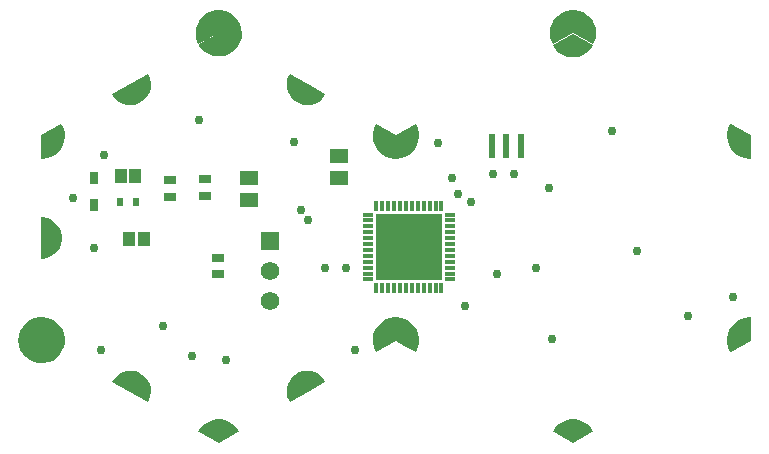
<source format=gbs>
G04*
G04 #@! TF.GenerationSoftware,Altium Limited,Altium Designer,25.8.1 (18)*
G04*
G04 Layer_Color=16711935*
%FSLAX44Y44*%
%MOMM*%
G71*
G04*
G04 #@! TF.SameCoordinates,BCE08161-644A-4D5C-BD65-52524292B4E2*
G04*
G04*
G04 #@! TF.FilePolarity,Negative*
G04*
G01*
G75*
G04:AMPARAMS|DCode=30|XSize=1.2032mm|YSize=1.2032mm|CornerRadius=0.6016mm|HoleSize=0mm|Usage=FLASHONLY|Rotation=210.000|XOffset=0mm|YOffset=0mm|HoleType=Round|Shape=RoundedRectangle|*
%AMROUNDEDRECTD30*
21,1,1.2032,0.0000,0,0,210.0*
21,1,0.0000,1.2032,0,0,210.0*
1,1,1.2032,0.0000,0.0000*
1,1,1.2032,0.0000,0.0000*
1,1,1.2032,0.0000,0.0000*
1,1,1.2032,0.0000,0.0000*
%
%ADD30ROUNDEDRECTD30*%
G04:AMPARAMS|DCode=31|XSize=1.2032mm|YSize=1.2032mm|CornerRadius=0.6016mm|HoleSize=0mm|Usage=FLASHONLY|Rotation=90.000|XOffset=0mm|YOffset=0mm|HoleType=Round|Shape=RoundedRectangle|*
%AMROUNDEDRECTD31*
21,1,1.2032,0.0000,0,0,90.0*
21,1,0.0000,1.2032,0,0,90.0*
1,1,1.2032,0.0000,0.0000*
1,1,1.2032,0.0000,0.0000*
1,1,1.2032,0.0000,0.0000*
1,1,1.2032,0.0000,0.0000*
%
%ADD31ROUNDEDRECTD31*%
G04:AMPARAMS|DCode=32|XSize=1.2032mm|YSize=1.2032mm|CornerRadius=0.6016mm|HoleSize=0mm|Usage=FLASHONLY|Rotation=150.000|XOffset=0mm|YOffset=0mm|HoleType=Round|Shape=RoundedRectangle|*
%AMROUNDEDRECTD32*
21,1,1.2032,0.0000,0,0,150.0*
21,1,0.0000,1.2032,0,0,150.0*
1,1,1.2032,0.0000,0.0000*
1,1,1.2032,0.0000,0.0000*
1,1,1.2032,0.0000,0.0000*
1,1,1.2032,0.0000,0.0000*
%
%ADD32ROUNDEDRECTD32*%
%ADD34C,1.5700*%
%ADD35R,1.5700X1.5700*%
%ADD36C,0.7620*%
%ADD42R,0.3000X0.8500*%
%ADD43R,0.8500X0.3000*%
%ADD44R,5.7000X5.7000*%
%ADD50R,0.6000X0.8000*%
%ADD51R,0.6033X2.1032*%
%ADD52R,1.6002X1.2954*%
%ADD53R,0.9900X0.7400*%
%ADD54R,1.0032X1.1532*%
%ADD55R,0.7032X1.1032*%
G36*
X153602Y191945D02*
X157319Y190313D01*
X160621Y187953D01*
X163369Y184964D01*
X165443Y181474D01*
X166757Y177633D01*
X167254Y173604D01*
X166912Y169559D01*
X165747Y165671D01*
X164778Y163887D01*
Y163887D01*
X147599Y173778D01*
X130421Y163887D01*
X129452Y165671D01*
X128287Y169559D01*
X127945Y173604D01*
X128442Y177633D01*
X129755Y181474D01*
X131830Y184964D01*
X134577Y187953D01*
X137880Y190313D01*
X141597Y191945D01*
X145570Y192779D01*
X149629D01*
X153602Y191945D01*
D02*
G37*
G36*
X-146397D02*
X-142680Y190313D01*
X-139378Y187953D01*
X-136631Y184964D01*
X-134556Y181474D01*
X-133243Y177633D01*
X-132746Y173604D01*
X-133087Y169559D01*
X-134252Y165671D01*
X-135222Y163887D01*
Y163887D01*
X-152400Y173778D01*
X-169578Y163887D01*
X-170548Y165671D01*
X-171713Y169559D01*
X-172054Y173604D01*
X-171558Y177633D01*
X-170244Y181474D01*
X-168169Y184964D01*
X-165422Y187953D01*
X-162120Y190313D01*
X-158403Y191945D01*
X-154430Y192779D01*
X-150370D01*
X-146397Y191945D01*
D02*
G37*
G36*
X-135230Y163820D02*
X-136067Y162284D01*
X-138261Y159559D01*
X-140905Y157268D01*
X-143914Y155483D01*
X-147193Y154263D01*
X-150637Y153644D01*
X-154135Y153648D01*
X-157577Y154275D01*
X-160853Y155503D01*
X-163858Y157294D01*
X-166497Y159592D01*
X-168685Y162322D01*
X-169518Y163860D01*
X-169518Y163860D01*
X-152387Y173750D01*
X-135230Y163820D01*
D02*
G37*
G36*
X164530Y162954D02*
X163693Y161418D01*
X161499Y158694D01*
X158855Y156402D01*
X155845Y154618D01*
X152567Y153397D01*
X149123Y152779D01*
X145625Y152783D01*
X142183Y153409D01*
X138907Y154637D01*
X135902Y156429D01*
X133263Y158726D01*
X131075Y161456D01*
X130241Y162994D01*
X130242Y162994D01*
X147373Y172885D01*
X164530Y162954D01*
D02*
G37*
G36*
X-92289Y139060D02*
X-92277Y139080D01*
X-77174Y130346D01*
X-62065Y121637D01*
X-62076Y121617D01*
X-62023Y121586D01*
X-62856Y120043D01*
X-65104Y117351D01*
X-67840Y115159D01*
X-70958Y113554D01*
X-74333Y112600D01*
X-77829Y112336D01*
X-81309Y112771D01*
X-84633Y113888D01*
X-86165Y114774D01*
X-87704Y115661D01*
X-90333Y117981D01*
X-92450Y120777D01*
X-93969Y123937D01*
X-94830Y127337D01*
X-94999Y130839D01*
X-94469Y134305D01*
X-93261Y137598D01*
X-92343Y139091D01*
X-92289Y139060D01*
D02*
G37*
G36*
X-211602Y137587D02*
X-210390Y134297D01*
X-209856Y130831D01*
X-210020Y127328D01*
X-210877Y123928D01*
X-212392Y120765D01*
X-214505Y117967D01*
X-217131Y115644D01*
X-220167Y113888D01*
X-223491Y112771D01*
X-226971Y112336D01*
X-230467Y112600D01*
X-233842Y113554D01*
X-236960Y115159D01*
X-239697Y117351D01*
X-241944Y120043D01*
X-242778Y121586D01*
X-242778D01*
X-212523Y139080D01*
X-211602Y137587D01*
D02*
G37*
G36*
X-285740Y96820D02*
D01*
X-285740D01*
X-285740D01*
D02*
G37*
G36*
X-2400Y87176D02*
X14278Y96781D01*
X15189Y95288D01*
X16452Y92025D01*
X17114Y88590D01*
X17155Y85092D01*
X16573Y81642D01*
X15387Y78351D01*
X13634Y75323D01*
X11371Y72655D01*
X8669Y70432D01*
X5615Y68726D01*
X2306Y67589D01*
X-1152Y67059D01*
X-2400Y67093D01*
X-3649Y67059D01*
X-7107Y67589D01*
X-10416Y68726D01*
X-13470Y70432D01*
X-16171Y72655D01*
X-18435Y75323D01*
X-20187Y78351D01*
X-21374Y81642D01*
X-21956Y85092D01*
X-21915Y88590D01*
X-21253Y92025D01*
X-19990Y95288D01*
X-19079Y96781D01*
Y96781D01*
X-2400Y87176D01*
D02*
G37*
G36*
X-285709Y96769D02*
X-285688Y96781D01*
X-284777Y95288D01*
X-283514Y92025D01*
X-282852Y88590D01*
X-282811Y85092D01*
X-283393Y81642D01*
X-284580Y78351D01*
X-286332Y75323D01*
X-288596Y72655D01*
X-291297Y70432D01*
X-291328Y70415D01*
X-291330Y70413D01*
X-294388Y68700D01*
X-297702Y67557D01*
X-301166Y67023D01*
X-302918Y67067D01*
X-302895Y86887D01*
X-285740Y96820D01*
X-285709Y96769D01*
D02*
G37*
G36*
X280977Y96749D02*
X280981Y96756D01*
X280981D01*
X287540Y92969D01*
X298099Y86888D01*
Y86873D01*
X298113Y86865D01*
X298099Y74678D01*
Y67106D01*
X298091Y67106D01*
X298091Y67041D01*
X296342Y66999D01*
X292885Y67536D01*
X289579Y68680D01*
X286529Y70394D01*
X283833Y72623D01*
X281575Y75296D01*
X280695Y76826D01*
X279812Y78351D01*
X278626Y81642D01*
X278044Y85092D01*
X278084Y88590D01*
X278747Y92025D01*
X280009Y95288D01*
X280921Y96781D01*
Y96781D01*
X280977Y96749D01*
D02*
G37*
G36*
X-297687Y16945D02*
X-294415Y15672D01*
X-291462Y13774D01*
X-288944Y11327D01*
X-286963Y8429D01*
X-285596Y5196D01*
X-284899Y1755D01*
Y-1755D01*
X-285596Y-5196D01*
X-286963Y-8429D01*
X-288944Y-11327D01*
X-291462Y-13774D01*
X-294415Y-15672D01*
X-297687Y-16945D01*
X-297715Y-16950D01*
X-297726Y-16954D01*
X-301181Y-17554D01*
X-302934Y-17505D01*
X-302934D01*
X-302957Y17443D01*
X-302900Y17444D01*
Y17493D01*
X-301146Y17544D01*
X-297687Y16945D01*
D02*
G37*
G36*
X298099Y-67106D02*
X298099D01*
Y-86888D01*
X280921Y-96781D01*
D01*
X280921D01*
X280009Y-95288D01*
X278747Y-92025D01*
X278084Y-88590D01*
X278044Y-85092D01*
X278626Y-81642D01*
X279812Y-78351D01*
X281565Y-75323D01*
X283828Y-72655D01*
X286530Y-70432D01*
X289584Y-68726D01*
X292893Y-67589D01*
X296351Y-67059D01*
X296351D01*
D01*
X298099Y-67106D01*
D02*
G37*
G36*
X2306Y-67589D02*
X5615Y-68726D01*
X8669Y-70432D01*
X11371Y-72655D01*
X13634Y-75323D01*
X15387Y-78351D01*
X16573Y-81642D01*
X17155Y-85092D01*
X17114Y-88590D01*
X16452Y-92025D01*
X15189Y-95288D01*
X14278Y-96781D01*
X6020Y-92025D01*
X-2400Y-87176D01*
X-19079Y-96781D01*
X-19990Y-95288D01*
X-21253Y-92025D01*
X-21915Y-88590D01*
X-21956Y-85092D01*
X-21374Y-81642D01*
X-20187Y-78351D01*
X-18435Y-75323D01*
X-16171Y-72655D01*
X-13470Y-70432D01*
X-10416Y-68726D01*
X-7107Y-67589D01*
X-3649Y-67059D01*
X-2400Y-67093D01*
X-1152Y-67059D01*
X2306Y-67589D01*
D02*
G37*
G36*
X-297653Y-67536D02*
X-294347Y-68680D01*
X-291297Y-70394D01*
X-288600Y-72623D01*
X-286343Y-75296D01*
X-284597Y-78328D01*
X-283419Y-81622D01*
X-282845Y-85073D01*
X-282893Y-88571D01*
X-283564Y-92005D01*
X-284834Y-95265D01*
X-285749Y-96756D01*
Y-96756D01*
X-302880Y-86865D01*
X-302859Y-67041D01*
X-301110Y-66999D01*
X-297653Y-67536D01*
D02*
G37*
G36*
X14278Y-96781D02*
X14278D01*
D01*
X14278D01*
D02*
G37*
G36*
X-302895Y-86887D02*
X-285740Y-96820D01*
X-286800Y-98551D01*
X-289585Y-101504D01*
X-292917Y-103823D01*
X-296655Y-105407D01*
X-300638Y-106190D01*
X-304697Y-106138D01*
X-308659Y-105253D01*
X-312354Y-103574D01*
X-315626Y-101171D01*
X-318335Y-98147D01*
X-320365Y-94632D01*
X-321629Y-90774D01*
X-322074Y-86740D01*
X-321681Y-82699D01*
X-320466Y-78826D01*
X-318482Y-75285D01*
X-315812Y-72226D01*
X-312571Y-69782D01*
X-308898Y-68055D01*
X-304947Y-67120D01*
X-302918Y-67067D01*
X-302918Y-67067D01*
X-302895Y-86887D01*
D02*
G37*
G36*
X-74333Y-112600D02*
X-70958Y-113554D01*
X-67840Y-115159D01*
X-65104Y-117351D01*
X-62856Y-120043D01*
X-62023Y-121586D01*
D01*
Y-121586D01*
X-77150Y-130333D01*
X-92277Y-139080D01*
X-93198Y-137587D01*
X-94410Y-134297D01*
X-94944Y-130831D01*
X-94780Y-127329D01*
X-93923Y-123928D01*
X-92408Y-120766D01*
X-90295Y-117967D01*
X-87669Y-115644D01*
X-84633Y-113888D01*
X-81309Y-112771D01*
X-77829Y-112336D01*
X-74333Y-112600D01*
D02*
G37*
G36*
X-223491Y-112771D02*
X-220167Y-113888D01*
X-218636Y-114774D01*
X-217097Y-115661D01*
X-214467Y-117981D01*
X-212350Y-120777D01*
X-210831Y-123937D01*
X-209970Y-127337D01*
X-209801Y-130839D01*
X-210331Y-134305D01*
X-211539Y-137598D01*
X-212457Y-139091D01*
D01*
X-212457Y-139091D01*
X-212457Y-139091D01*
X-212511Y-139060D01*
X-212523Y-139080D01*
D01*
X-212523Y-139080D01*
X-212523Y-139080D01*
X-227626Y-130346D01*
X-242735Y-121637D01*
X-242724Y-121617D01*
X-242778Y-121586D01*
X-241944Y-120043D01*
X-239697Y-117351D01*
X-236960Y-115159D01*
X-233842Y-113554D01*
X-230467Y-112600D01*
X-226971Y-112336D01*
X-223491Y-112771D01*
D02*
G37*
G36*
X149334Y-153648D02*
X152776Y-154275D01*
X156052Y-155503D01*
X159057Y-157294D01*
X161696Y-159592D01*
X163884Y-162322D01*
X164718Y-163860D01*
X164718D01*
X163885Y-164340D01*
X163910Y-164387D01*
X147599Y-173778D01*
X131289Y-164387D01*
X131318Y-164334D01*
X130429Y-163820D01*
X131266Y-162284D01*
X133461Y-159559D01*
X136105Y-157268D01*
X139114Y-155483D01*
X142392Y-154263D01*
X145836Y-153644D01*
X149334Y-153648D01*
D02*
G37*
G36*
X-150665D02*
X-147223Y-154275D01*
X-143947Y-155503D01*
X-140942Y-157294D01*
X-138303Y-159592D01*
X-136116Y-162322D01*
X-135282Y-163860D01*
X-135282D01*
X-136115Y-164340D01*
X-136089Y-164387D01*
X-152400Y-173778D01*
X-168711Y-164387D01*
X-168682Y-164334D01*
X-169570Y-163820D01*
X-168733Y-162284D01*
X-166539Y-159559D01*
X-163895Y-157268D01*
X-160886Y-155483D01*
X-157607Y-154263D01*
X-154164Y-153644D01*
X-150665Y-153648D01*
D02*
G37*
D30*
X147360Y164334D02*
D03*
X147599Y-165199D02*
D03*
X-152400Y165199D02*
D03*
Y-165199D02*
D03*
X-223901Y-123901D02*
D03*
X-80899Y123901D02*
D03*
D31*
X290700Y-82601D02*
D03*
X-1679Y77521D02*
D03*
X-295468Y82601D02*
D03*
X-1679Y-77521D02*
D03*
X-223901Y123901D02*
D03*
X-80899Y-123901D02*
D03*
D32*
X290700Y82601D02*
D03*
X-295468Y-82601D02*
D03*
X-295501Y0D02*
D03*
D34*
X-108837Y-53317D02*
D03*
Y-27917D02*
D03*
D35*
Y-2517D02*
D03*
D36*
X-82746Y23479D02*
D03*
X50483Y37195D02*
D03*
X44768Y50549D02*
D03*
X116175Y-25707D02*
D03*
X60947Y30328D02*
D03*
X83470Y-30128D02*
D03*
X55869Y-57231D02*
D03*
X-76962Y15180D02*
D03*
X-257660Y-8911D02*
D03*
X244830Y-65804D02*
D03*
X33370Y80040D02*
D03*
X201456Y-10682D02*
D03*
X-62522Y-25677D02*
D03*
X-44516D02*
D03*
X80241Y54502D02*
D03*
X97977Y54421D02*
D03*
X-249419Y70628D02*
D03*
X-88799Y81222D02*
D03*
X-169298Y99854D02*
D03*
X-199291Y-74291D02*
D03*
X-252252Y-94873D02*
D03*
X-174615Y-99975D02*
D03*
X126954Y42591D02*
D03*
X180530Y90450D02*
D03*
X283129Y-50436D02*
D03*
X-146602Y-103612D02*
D03*
X129850Y-85476D02*
D03*
X-276018Y33956D02*
D03*
X-36857Y-95063D02*
D03*
D42*
X21162Y-42189D02*
D03*
X-18838Y26811D02*
D03*
X-13838D02*
D03*
X-8838D02*
D03*
X-3838D02*
D03*
X1162D02*
D03*
X6162D02*
D03*
X26162D02*
D03*
X31162D02*
D03*
X36162D02*
D03*
Y-42189D02*
D03*
X31162D02*
D03*
X26162D02*
D03*
X16162D02*
D03*
X11162D02*
D03*
X6162D02*
D03*
X1162D02*
D03*
X-3838D02*
D03*
X-8838D02*
D03*
X-13838D02*
D03*
X-18838D02*
D03*
X11162Y26811D02*
D03*
X21162D02*
D03*
X16162D02*
D03*
D43*
X43162Y-5189D02*
D03*
X-25838Y19811D02*
D03*
Y14811D02*
D03*
Y9811D02*
D03*
X43162Y14811D02*
D03*
Y19811D02*
D03*
Y9811D02*
D03*
Y-189D02*
D03*
X-25838Y-35189D02*
D03*
Y-30189D02*
D03*
Y-25189D02*
D03*
Y-20189D02*
D03*
Y-15189D02*
D03*
Y-10189D02*
D03*
Y-5189D02*
D03*
Y-189D02*
D03*
Y4811D02*
D03*
X43162Y-10189D02*
D03*
Y-15189D02*
D03*
Y4811D02*
D03*
Y-35189D02*
D03*
Y-20189D02*
D03*
Y-30189D02*
D03*
Y-25189D02*
D03*
D44*
X8662Y-7689D02*
D03*
D50*
X-222056Y30186D02*
D03*
X-236056D02*
D03*
D51*
X103218Y77972D02*
D03*
X91220D02*
D03*
X79220D02*
D03*
D52*
X-50590Y69622D02*
D03*
X-126722Y50998D02*
D03*
X-50590Y51080D02*
D03*
X-126722Y32456D02*
D03*
D53*
X-163960Y49630D02*
D03*
X-193456Y48989D02*
D03*
X-153015Y-16952D02*
D03*
Y-30952D02*
D03*
X-163960Y35630D02*
D03*
X-193456Y34989D02*
D03*
D54*
X-222964Y52430D02*
D03*
X-235464D02*
D03*
X-228553Y-1036D02*
D03*
X-216053D02*
D03*
D55*
X-257920Y51069D02*
D03*
Y28068D02*
D03*
M02*

</source>
